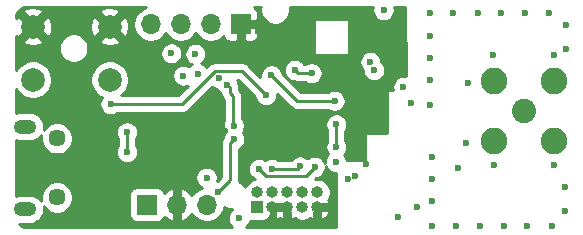
<source format=gbr>
%TF.GenerationSoftware,KiCad,Pcbnew,(5.1.10)-1*%
%TF.CreationDate,2021-07-16T14:20:34-05:00*%
%TF.ProjectId,transmisor,7472616e-736d-4697-936f-722e6b696361,rev?*%
%TF.SameCoordinates,Original*%
%TF.FileFunction,Copper,L4,Bot*%
%TF.FilePolarity,Positive*%
%FSLAX46Y46*%
G04 Gerber Fmt 4.6, Leading zero omitted, Abs format (unit mm)*
G04 Created by KiCad (PCBNEW (5.1.10)-1) date 2021-07-16 14:20:34*
%MOMM*%
%LPD*%
G01*
G04 APERTURE LIST*
%TA.AperFunction,ComponentPad*%
%ADD10C,2.250000*%
%TD*%
%TA.AperFunction,ComponentPad*%
%ADD11C,2.050000*%
%TD*%
%TA.AperFunction,ComponentPad*%
%ADD12O,1.900000X1.200000*%
%TD*%
%TA.AperFunction,ComponentPad*%
%ADD13C,1.450000*%
%TD*%
%TA.AperFunction,ComponentPad*%
%ADD14O,1.700000X1.700000*%
%TD*%
%TA.AperFunction,ComponentPad*%
%ADD15R,1.700000X1.700000*%
%TD*%
%TA.AperFunction,ComponentPad*%
%ADD16C,2.000000*%
%TD*%
%TA.AperFunction,ComponentPad*%
%ADD17R,1.000000X1.000000*%
%TD*%
%TA.AperFunction,ComponentPad*%
%ADD18O,1.000000X1.000000*%
%TD*%
%TA.AperFunction,ViaPad*%
%ADD19C,0.600000*%
%TD*%
%TA.AperFunction,Conductor*%
%ADD20C,0.250000*%
%TD*%
%TA.AperFunction,Conductor*%
%ADD21C,0.254000*%
%TD*%
%TA.AperFunction,Conductor*%
%ADD22C,0.100000*%
%TD*%
G04 APERTURE END LIST*
D10*
%TO.P,AE1,2*%
%TO.N,GND*%
X127050800Y-72440800D03*
X127050800Y-67360800D03*
X132130800Y-67360800D03*
X132130800Y-72440800D03*
D11*
%TO.P,AE1,1*%
%TO.N,Net-(AE1-Pad1)*%
X129590800Y-69900800D03*
%TD*%
D12*
%TO.P,J1,6*%
%TO.N,Net-(J1-Pad6)*%
X87383100Y-78226800D03*
X87383100Y-71226800D03*
D13*
X90083100Y-77226800D03*
X90083100Y-72226800D03*
%TD*%
D14*
%TO.P,J4,4*%
%TO.N,5V*%
X98018600Y-62560200D03*
%TO.P,J4,3*%
%TO.N,TIM2_CH1*%
X100558600Y-62560200D03*
%TO.P,J4,2*%
%TO.N,Net-(J4-Pad2)*%
X103098600Y-62560200D03*
D15*
%TO.P,J4,1*%
%TO.N,GND*%
X105638600Y-62560200D03*
%TD*%
D14*
%TO.P,J3,3*%
%TO.N,RELAY_TRIG*%
X102768400Y-77825600D03*
%TO.P,J3,2*%
%TO.N,GND*%
X100228400Y-77825600D03*
D15*
%TO.P,J3,1*%
%TO.N,5V*%
X97688400Y-77825600D03*
%TD*%
D16*
%TO.P,SW1,1*%
%TO.N,Net-(R6-Pad1)*%
X88038800Y-67259200D03*
%TO.P,SW1,2*%
%TO.N,GND*%
X88038800Y-62759200D03*
%TO.P,SW1,1*%
%TO.N,Net-(R6-Pad1)*%
X94538800Y-67259200D03*
%TO.P,SW1,2*%
%TO.N,GND*%
X94538800Y-62759200D03*
%TD*%
D17*
%TO.P,J2,1*%
%TO.N,+3V3*%
X107035600Y-78054200D03*
D18*
%TO.P,J2,2*%
%TO.N,SWD_IO*%
X107035600Y-76784200D03*
%TO.P,J2,3*%
%TO.N,GND*%
X108305600Y-78054200D03*
%TO.P,J2,4*%
%TO.N,SWD_CLK*%
X108305600Y-76784200D03*
%TO.P,J2,5*%
%TO.N,GND*%
X109575600Y-78054200D03*
%TO.P,J2,6*%
%TO.N,Net-(J2-Pad6)*%
X109575600Y-76784200D03*
%TO.P,J2,7*%
%TO.N,Net-(J2-Pad7)*%
X110845600Y-78054200D03*
%TO.P,J2,8*%
%TO.N,Net-(J2-Pad8)*%
X110845600Y-76784200D03*
%TO.P,J2,9*%
%TO.N,GND*%
X112115600Y-78054200D03*
%TO.P,J2,10*%
%TO.N,NRST*%
X112115600Y-76784200D03*
%TD*%
D19*
%TO.N,GND*%
X91389200Y-75895200D03*
X99136200Y-73380600D03*
X107543600Y-70332600D03*
X102362000Y-69723000D03*
X100203000Y-76174600D03*
X95504000Y-61544200D03*
X89281000Y-63754000D03*
X107086400Y-63093600D03*
X107594400Y-65303400D03*
X118084600Y-63957200D03*
X117779800Y-62509400D03*
X109550200Y-79476600D03*
X104317800Y-71577200D03*
X93319600Y-75641200D03*
X118922800Y-78841600D03*
X120548400Y-78028800D03*
X114731800Y-75641200D03*
X115316000Y-75412600D03*
X124002800Y-74726800D03*
X124891800Y-67564000D03*
X103073200Y-65049400D03*
X132181600Y-74472800D03*
X132130800Y-65201800D03*
X116205000Y-74396600D03*
X124688600Y-72593200D03*
X121869200Y-73787000D03*
X121869200Y-75666600D03*
X121869200Y-77520800D03*
X121869200Y-79629000D03*
X123850400Y-79629000D03*
X125933200Y-79629000D03*
X127914400Y-79629000D03*
X129895600Y-79629000D03*
X131978400Y-79629000D03*
X121666000Y-65405000D03*
X121666000Y-67259200D03*
X121666000Y-69367400D03*
X121666000Y-63525400D03*
X131775200Y-61595000D03*
X121666000Y-61595000D03*
X127711200Y-61595000D03*
X123647200Y-61595000D03*
X125730000Y-61595000D03*
X129692400Y-61595000D03*
X133146800Y-62636400D03*
X133146800Y-64617600D03*
X133096000Y-76352400D03*
X133096000Y-78333600D03*
X127050800Y-74498200D03*
X127025400Y-65125600D03*
X114096800Y-67335400D03*
X120065800Y-69265800D03*
X109778800Y-64566800D03*
X110083600Y-61315600D03*
X92329000Y-79324200D03*
X91668600Y-78841600D03*
X105943400Y-75209400D03*
%TO.N,+3V3*%
X101803200Y-65074800D03*
X99771200Y-65024000D03*
X100761800Y-66903600D03*
X101981000Y-66751200D03*
X103784400Y-67132200D03*
X102743000Y-75539600D03*
X105486200Y-78994000D03*
X117729000Y-61366400D03*
X116611400Y-65735200D03*
X116916200Y-66471800D03*
X119405400Y-67868800D03*
X113690400Y-74244200D03*
%TO.N,SWD_IO*%
X110667800Y-74599800D03*
X108280200Y-74777600D03*
%TO.N,NRST*%
X107188000Y-74803000D03*
X111887000Y-74650600D03*
%TO.N,RELAY_TRIG*%
X105064042Y-72303158D03*
X103733600Y-76784200D03*
%TO.N,SPI_CLK*%
X113741200Y-72974200D03*
X113741200Y-71043800D03*
%TO.N,LED1*%
X113588800Y-69037200D03*
X108229400Y-66878200D03*
%TO.N,BOTON*%
X107772200Y-68554600D03*
X94615000Y-69316600D03*
%TO.N,Net-(U2-Pad1)*%
X96012000Y-73380600D03*
X96012000Y-71704200D03*
%TO.N,TIM2_CH1*%
X105054400Y-71145400D03*
X104495600Y-67665600D03*
%TO.N,I2C1_CLK*%
X111633000Y-66700400D03*
X110195200Y-66423558D03*
%TD*%
D20*
%TO.N,SWD_IO*%
X110490000Y-74777600D02*
X110667800Y-74599800D01*
X108280200Y-74777600D02*
X110490000Y-74777600D01*
%TO.N,NRST*%
X111134999Y-75402601D02*
X111887000Y-74650600D01*
X107787601Y-75402601D02*
X111134999Y-75402601D01*
X107188000Y-74803000D02*
X107787601Y-75402601D01*
%TO.N,RELAY_TRIG*%
X105064042Y-72303158D02*
X104749600Y-72617600D01*
X104749600Y-75768200D02*
X103733600Y-76784200D01*
X104749600Y-72617600D02*
X104749600Y-75768200D01*
%TO.N,SPI_CLK*%
X113741200Y-72974200D02*
X113741200Y-71043800D01*
%TO.N,LED1*%
X110388400Y-69037200D02*
X108229400Y-66878200D01*
X113588800Y-69037200D02*
X110388400Y-69037200D01*
%TO.N,BOTON*%
X103484399Y-66507199D02*
X100674998Y-69316600D01*
X105724799Y-66507199D02*
X103484399Y-66507199D01*
X100674998Y-69316600D02*
X94615000Y-69316600D01*
X107772200Y-68554600D02*
X105724799Y-66507199D01*
%TO.N,Net-(U2-Pad1)*%
X96012000Y-73380600D02*
X96012000Y-71704200D01*
%TO.N,TIM2_CH1*%
X104724200Y-67894200D02*
X104495600Y-67665600D01*
X104724200Y-67894200D02*
X104724200Y-68402200D01*
X104724200Y-68402200D02*
X104978200Y-68656200D01*
X104978200Y-71069200D02*
X105054400Y-71145400D01*
X104978200Y-68656200D02*
X104978200Y-71069200D01*
%TO.N,I2C1_CLK*%
X110472042Y-66700400D02*
X110195200Y-66423558D01*
X111633000Y-66700400D02*
X110472042Y-66700400D01*
%TD*%
D21*
%TO.N,GND*%
X112861814Y-74687089D02*
X112964138Y-74840228D01*
X113094372Y-74970462D01*
X113247511Y-75072786D01*
X113417671Y-75143268D01*
X113598311Y-75179200D01*
X113744257Y-75179200D01*
X113744257Y-79720457D01*
X106086364Y-79716126D01*
X106212462Y-79590028D01*
X106314786Y-79436889D01*
X106385268Y-79266729D01*
X106403007Y-79177551D01*
X106411118Y-79180012D01*
X106535600Y-79192272D01*
X107535600Y-79192272D01*
X107660082Y-79180012D01*
X107779780Y-79143702D01*
X107862967Y-79099237D01*
X107887391Y-79109342D01*
X108057600Y-78998425D01*
X108057600Y-78919096D01*
X108066137Y-78908694D01*
X108125102Y-78798380D01*
X108161412Y-78678682D01*
X108173672Y-78554200D01*
X108173672Y-78472411D01*
X108520445Y-78472411D01*
X108553600Y-78536797D01*
X108553600Y-78998425D01*
X108723809Y-79109342D01*
X108755988Y-79096028D01*
X108940600Y-78993678D01*
X109125212Y-79096028D01*
X109157391Y-79109342D01*
X109327600Y-78998425D01*
X109327600Y-78536797D01*
X109360755Y-78472411D01*
X109327600Y-78419331D01*
X109327600Y-78302200D01*
X108553600Y-78302200D01*
X108553600Y-78419331D01*
X108520445Y-78472411D01*
X108173672Y-78472411D01*
X108173672Y-77915194D01*
X108193812Y-77919200D01*
X108417388Y-77919200D01*
X108636667Y-77875583D01*
X108804172Y-77806200D01*
X109077028Y-77806200D01*
X109244533Y-77875583D01*
X109463812Y-77919200D01*
X109687388Y-77919200D01*
X109716364Y-77913436D01*
X109710600Y-77942412D01*
X109710600Y-78165988D01*
X109754217Y-78385267D01*
X109823600Y-78552772D01*
X109823600Y-78998425D01*
X109993809Y-79109342D01*
X110025988Y-79096028D01*
X110209552Y-78994259D01*
X110307976Y-79060024D01*
X110514533Y-79145583D01*
X110733812Y-79189200D01*
X110957388Y-79189200D01*
X111176667Y-79145583D01*
X111383224Y-79060024D01*
X111481648Y-78994259D01*
X111665212Y-79096028D01*
X111697391Y-79109342D01*
X111867600Y-78998425D01*
X111867600Y-78552772D01*
X111936983Y-78385267D01*
X111953505Y-78302200D01*
X112363600Y-78302200D01*
X112363600Y-78998425D01*
X112533809Y-79109342D01*
X112565988Y-79096028D01*
X112760584Y-78988143D01*
X112930394Y-78844367D01*
X113068892Y-78670226D01*
X113170755Y-78472411D01*
X113064437Y-78302200D01*
X112363600Y-78302200D01*
X111953505Y-78302200D01*
X111980600Y-78165988D01*
X111980600Y-77942412D01*
X111974836Y-77913436D01*
X112003812Y-77919200D01*
X112227388Y-77919200D01*
X112446667Y-77875583D01*
X112614172Y-77806200D01*
X113064437Y-77806200D01*
X113170755Y-77635989D01*
X113068892Y-77438174D01*
X113055192Y-77420948D01*
X113121424Y-77321824D01*
X113206983Y-77115267D01*
X113250600Y-76895988D01*
X113250600Y-76672412D01*
X113206983Y-76453133D01*
X113121424Y-76246576D01*
X112997212Y-76060680D01*
X112839120Y-75902588D01*
X112653224Y-75778376D01*
X112446667Y-75692817D01*
X112227388Y-75649200D01*
X112003812Y-75649200D01*
X111953118Y-75659284D01*
X112038649Y-75573753D01*
X112159729Y-75549668D01*
X112329889Y-75479186D01*
X112483028Y-75376862D01*
X112613262Y-75246628D01*
X112715586Y-75093489D01*
X112786068Y-74923329D01*
X112822000Y-74742689D01*
X112822000Y-74590969D01*
X112861814Y-74687089D01*
%TA.AperFunction,Conductor*%
D22*
G36*
X112861814Y-74687089D02*
G01*
X112964138Y-74840228D01*
X113094372Y-74970462D01*
X113247511Y-75072786D01*
X113417671Y-75143268D01*
X113598311Y-75179200D01*
X113744257Y-75179200D01*
X113744257Y-79720457D01*
X106086364Y-79716126D01*
X106212462Y-79590028D01*
X106314786Y-79436889D01*
X106385268Y-79266729D01*
X106403007Y-79177551D01*
X106411118Y-79180012D01*
X106535600Y-79192272D01*
X107535600Y-79192272D01*
X107660082Y-79180012D01*
X107779780Y-79143702D01*
X107862967Y-79099237D01*
X107887391Y-79109342D01*
X108057600Y-78998425D01*
X108057600Y-78919096D01*
X108066137Y-78908694D01*
X108125102Y-78798380D01*
X108161412Y-78678682D01*
X108173672Y-78554200D01*
X108173672Y-78472411D01*
X108520445Y-78472411D01*
X108553600Y-78536797D01*
X108553600Y-78998425D01*
X108723809Y-79109342D01*
X108755988Y-79096028D01*
X108940600Y-78993678D01*
X109125212Y-79096028D01*
X109157391Y-79109342D01*
X109327600Y-78998425D01*
X109327600Y-78536797D01*
X109360755Y-78472411D01*
X109327600Y-78419331D01*
X109327600Y-78302200D01*
X108553600Y-78302200D01*
X108553600Y-78419331D01*
X108520445Y-78472411D01*
X108173672Y-78472411D01*
X108173672Y-77915194D01*
X108193812Y-77919200D01*
X108417388Y-77919200D01*
X108636667Y-77875583D01*
X108804172Y-77806200D01*
X109077028Y-77806200D01*
X109244533Y-77875583D01*
X109463812Y-77919200D01*
X109687388Y-77919200D01*
X109716364Y-77913436D01*
X109710600Y-77942412D01*
X109710600Y-78165988D01*
X109754217Y-78385267D01*
X109823600Y-78552772D01*
X109823600Y-78998425D01*
X109993809Y-79109342D01*
X110025988Y-79096028D01*
X110209552Y-78994259D01*
X110307976Y-79060024D01*
X110514533Y-79145583D01*
X110733812Y-79189200D01*
X110957388Y-79189200D01*
X111176667Y-79145583D01*
X111383224Y-79060024D01*
X111481648Y-78994259D01*
X111665212Y-79096028D01*
X111697391Y-79109342D01*
X111867600Y-78998425D01*
X111867600Y-78552772D01*
X111936983Y-78385267D01*
X111953505Y-78302200D01*
X112363600Y-78302200D01*
X112363600Y-78998425D01*
X112533809Y-79109342D01*
X112565988Y-79096028D01*
X112760584Y-78988143D01*
X112930394Y-78844367D01*
X113068892Y-78670226D01*
X113170755Y-78472411D01*
X113064437Y-78302200D01*
X112363600Y-78302200D01*
X111953505Y-78302200D01*
X111980600Y-78165988D01*
X111980600Y-77942412D01*
X111974836Y-77913436D01*
X112003812Y-77919200D01*
X112227388Y-77919200D01*
X112446667Y-77875583D01*
X112614172Y-77806200D01*
X113064437Y-77806200D01*
X113170755Y-77635989D01*
X113068892Y-77438174D01*
X113055192Y-77420948D01*
X113121424Y-77321824D01*
X113206983Y-77115267D01*
X113250600Y-76895988D01*
X113250600Y-76672412D01*
X113206983Y-76453133D01*
X113121424Y-76246576D01*
X112997212Y-76060680D01*
X112839120Y-75902588D01*
X112653224Y-75778376D01*
X112446667Y-75692817D01*
X112227388Y-75649200D01*
X112003812Y-75649200D01*
X111953118Y-75659284D01*
X112038649Y-75573753D01*
X112159729Y-75549668D01*
X112329889Y-75479186D01*
X112483028Y-75376862D01*
X112613262Y-75246628D01*
X112715586Y-75093489D01*
X112786068Y-74923329D01*
X112822000Y-74742689D01*
X112822000Y-74590969D01*
X112861814Y-74687089D01*
G37*
%TD.AperFunction*%
D21*
X97658388Y-61117758D02*
X97585442Y-61132268D01*
X97315189Y-61244210D01*
X97071968Y-61406725D01*
X96865125Y-61613568D01*
X96702610Y-61856789D01*
X96590668Y-62127042D01*
X96533600Y-62413940D01*
X96533600Y-62706460D01*
X96590668Y-62993358D01*
X96702610Y-63263611D01*
X96865125Y-63506832D01*
X97071968Y-63713675D01*
X97315189Y-63876190D01*
X97585442Y-63988132D01*
X97872340Y-64045200D01*
X98164860Y-64045200D01*
X98451758Y-63988132D01*
X98722011Y-63876190D01*
X98965232Y-63713675D01*
X99172075Y-63506832D01*
X99288600Y-63332440D01*
X99405125Y-63506832D01*
X99611968Y-63713675D01*
X99855189Y-63876190D01*
X100125442Y-63988132D01*
X100412340Y-64045200D01*
X100704860Y-64045200D01*
X100991758Y-63988132D01*
X101262011Y-63876190D01*
X101505232Y-63713675D01*
X101712075Y-63506832D01*
X101828600Y-63332440D01*
X101945125Y-63506832D01*
X102151968Y-63713675D01*
X102395189Y-63876190D01*
X102665442Y-63988132D01*
X102952340Y-64045200D01*
X103244860Y-64045200D01*
X103531758Y-63988132D01*
X103802011Y-63876190D01*
X104045232Y-63713675D01*
X104177087Y-63581820D01*
X104199098Y-63654380D01*
X104258063Y-63764694D01*
X104337415Y-63861385D01*
X104434106Y-63940737D01*
X104544420Y-63999702D01*
X104664118Y-64036012D01*
X104788600Y-64048272D01*
X105231850Y-64045200D01*
X105390600Y-63886450D01*
X105390600Y-62808200D01*
X105886600Y-62808200D01*
X105886600Y-63886450D01*
X106045350Y-64045200D01*
X106488600Y-64048272D01*
X106613082Y-64036012D01*
X106732780Y-63999702D01*
X106843094Y-63940737D01*
X106939785Y-63861385D01*
X107019137Y-63764694D01*
X107078102Y-63654380D01*
X107114412Y-63534682D01*
X107126672Y-63410200D01*
X107123600Y-62966950D01*
X106964850Y-62808200D01*
X105886600Y-62808200D01*
X105390600Y-62808200D01*
X105370600Y-62808200D01*
X105370600Y-62312200D01*
X105390600Y-62312200D01*
X105390600Y-62292200D01*
X105886600Y-62292200D01*
X105886600Y-62312200D01*
X106964850Y-62312200D01*
X107123600Y-62153450D01*
X107126672Y-61710200D01*
X107114412Y-61585718D01*
X107078102Y-61466020D01*
X107019137Y-61355706D01*
X106939785Y-61259015D01*
X106843094Y-61179663D01*
X106736886Y-61122893D01*
X107326847Y-61123227D01*
X107309648Y-61209690D01*
X107309648Y-61455910D01*
X107357683Y-61697398D01*
X107451907Y-61924874D01*
X107588699Y-62129598D01*
X107762802Y-62303701D01*
X107967526Y-62440493D01*
X108195002Y-62534717D01*
X108436490Y-62582752D01*
X108682710Y-62582752D01*
X108924198Y-62534717D01*
X109151674Y-62440493D01*
X109356398Y-62303701D01*
X109455499Y-62204600D01*
X111810800Y-62204600D01*
X111810800Y-65049400D01*
X111813240Y-65074176D01*
X111820467Y-65098001D01*
X111832203Y-65119957D01*
X111847997Y-65139203D01*
X111867243Y-65154997D01*
X111889199Y-65166733D01*
X111913024Y-65173960D01*
X111937800Y-65176400D01*
X114681000Y-65176400D01*
X114705776Y-65173960D01*
X114729601Y-65166733D01*
X114751557Y-65154997D01*
X114770803Y-65139203D01*
X114786597Y-65119957D01*
X114798333Y-65098001D01*
X114805560Y-65074176D01*
X114808000Y-65049400D01*
X114808000Y-62204600D01*
X114805560Y-62179824D01*
X114798333Y-62155999D01*
X114786597Y-62134043D01*
X114770803Y-62114797D01*
X114751557Y-62099003D01*
X114729601Y-62087267D01*
X114705776Y-62080040D01*
X114681000Y-62077600D01*
X111937800Y-62077600D01*
X111913024Y-62080040D01*
X111889199Y-62087267D01*
X111867243Y-62099003D01*
X111847997Y-62114797D01*
X111832203Y-62134043D01*
X111820467Y-62155999D01*
X111813240Y-62179824D01*
X111810800Y-62204600D01*
X109455499Y-62204600D01*
X109530501Y-62129598D01*
X109667293Y-61924874D01*
X109761517Y-61697398D01*
X109809552Y-61455910D01*
X109809552Y-61209690D01*
X109792631Y-61124621D01*
X116822985Y-61128598D01*
X116794000Y-61274311D01*
X116794000Y-61458489D01*
X116829932Y-61639129D01*
X116900414Y-61809289D01*
X117002738Y-61962428D01*
X117132972Y-62092662D01*
X117286111Y-62194986D01*
X117456271Y-62265468D01*
X117636911Y-62301400D01*
X117821089Y-62301400D01*
X118001729Y-62265468D01*
X118171889Y-62194986D01*
X118325028Y-62092662D01*
X118455262Y-61962428D01*
X118557586Y-61809289D01*
X118628068Y-61639129D01*
X118664000Y-61458489D01*
X118664000Y-61274311D01*
X118635219Y-61129623D01*
X119588623Y-61130162D01*
X119607537Y-66955690D01*
X119497489Y-66933800D01*
X119313311Y-66933800D01*
X119132671Y-66969732D01*
X118962511Y-67040214D01*
X118809372Y-67142538D01*
X118679138Y-67272772D01*
X118576814Y-67425911D01*
X118506332Y-67596071D01*
X118470400Y-67776711D01*
X118470400Y-67960889D01*
X118497554Y-68097400D01*
X118138457Y-68097400D01*
X118113681Y-68099840D01*
X118089856Y-68107067D01*
X118067900Y-68118803D01*
X118048654Y-68134597D01*
X118032860Y-68153843D01*
X118021124Y-68175799D01*
X118013897Y-68199624D01*
X118011457Y-68224400D01*
X118011457Y-71755000D01*
X116309657Y-71755000D01*
X116284881Y-71757440D01*
X116261056Y-71764667D01*
X116239100Y-71776403D01*
X116219854Y-71792197D01*
X116204060Y-71811443D01*
X116192324Y-71833399D01*
X116185097Y-71857224D01*
X116182665Y-71880604D01*
X116158645Y-74066400D01*
X114608351Y-74066400D01*
X114589468Y-73971471D01*
X114518986Y-73801311D01*
X114416662Y-73648172D01*
X114403090Y-73634600D01*
X114467462Y-73570228D01*
X114569786Y-73417089D01*
X114640268Y-73246929D01*
X114676200Y-73066289D01*
X114676200Y-72882111D01*
X114640268Y-72701471D01*
X114569786Y-72531311D01*
X114501200Y-72428665D01*
X114501200Y-71589335D01*
X114569786Y-71486689D01*
X114640268Y-71316529D01*
X114676200Y-71135889D01*
X114676200Y-70951711D01*
X114640268Y-70771071D01*
X114569786Y-70600911D01*
X114467462Y-70447772D01*
X114337228Y-70317538D01*
X114184089Y-70215214D01*
X114013929Y-70144732D01*
X113833289Y-70108800D01*
X113649111Y-70108800D01*
X113468471Y-70144732D01*
X113298311Y-70215214D01*
X113145172Y-70317538D01*
X113014938Y-70447772D01*
X112912614Y-70600911D01*
X112842132Y-70771071D01*
X112806200Y-70951711D01*
X112806200Y-71135889D01*
X112842132Y-71316529D01*
X112912614Y-71486689D01*
X112981201Y-71589336D01*
X112981200Y-72428664D01*
X112912614Y-72531311D01*
X112842132Y-72701471D01*
X112806200Y-72882111D01*
X112806200Y-73066289D01*
X112842132Y-73246929D01*
X112912614Y-73417089D01*
X113014938Y-73570228D01*
X113028510Y-73583800D01*
X112964138Y-73648172D01*
X112861814Y-73801311D01*
X112791332Y-73971471D01*
X112755400Y-74152111D01*
X112755400Y-74303831D01*
X112715586Y-74207711D01*
X112613262Y-74054572D01*
X112483028Y-73924338D01*
X112329889Y-73822014D01*
X112159729Y-73751532D01*
X111979089Y-73715600D01*
X111794911Y-73715600D01*
X111614271Y-73751532D01*
X111444111Y-73822014D01*
X111305153Y-73914863D01*
X111263828Y-73873538D01*
X111110689Y-73771214D01*
X110940529Y-73700732D01*
X110759889Y-73664800D01*
X110575711Y-73664800D01*
X110395071Y-73700732D01*
X110224911Y-73771214D01*
X110071772Y-73873538D01*
X109941538Y-74003772D01*
X109932298Y-74017600D01*
X108825735Y-74017600D01*
X108723089Y-73949014D01*
X108552929Y-73878532D01*
X108372289Y-73842600D01*
X108188111Y-73842600D01*
X108007471Y-73878532D01*
X107837311Y-73949014D01*
X107715093Y-74030677D01*
X107630889Y-73974414D01*
X107460729Y-73903932D01*
X107280089Y-73868000D01*
X107095911Y-73868000D01*
X106915271Y-73903932D01*
X106745111Y-73974414D01*
X106591972Y-74076738D01*
X106461738Y-74206972D01*
X106359414Y-74360111D01*
X106288932Y-74530271D01*
X106253000Y-74710911D01*
X106253000Y-74895089D01*
X106288932Y-75075729D01*
X106359414Y-75245889D01*
X106461738Y-75399028D01*
X106591972Y-75529262D01*
X106745111Y-75631586D01*
X106831814Y-75667499D01*
X106704533Y-75692817D01*
X106497976Y-75778376D01*
X106312080Y-75902588D01*
X106153988Y-76060680D01*
X106029776Y-76246576D01*
X106003495Y-76310023D01*
X105923701Y-76190602D01*
X105749598Y-76016499D01*
X105544874Y-75879707D01*
X105503963Y-75862761D01*
X105509600Y-75805533D01*
X105509600Y-75805523D01*
X105513276Y-75768200D01*
X105509600Y-75730878D01*
X105509600Y-73129961D01*
X105660070Y-73029420D01*
X105790304Y-72899186D01*
X105892628Y-72746047D01*
X105963110Y-72575887D01*
X105999042Y-72395247D01*
X105999042Y-72211069D01*
X105963110Y-72030429D01*
X105892628Y-71860269D01*
X105796942Y-71717064D01*
X105882986Y-71588289D01*
X105953468Y-71418129D01*
X105989400Y-71237489D01*
X105989400Y-71053311D01*
X105953468Y-70872671D01*
X105882986Y-70702511D01*
X105780662Y-70549372D01*
X105738200Y-70506910D01*
X105738200Y-68693522D01*
X105741876Y-68656199D01*
X105738200Y-68618876D01*
X105738200Y-68618867D01*
X105727203Y-68507214D01*
X105683746Y-68363953D01*
X105613174Y-68231924D01*
X105518201Y-68116199D01*
X105489198Y-68092397D01*
X105484200Y-68087399D01*
X105484200Y-67931522D01*
X105487876Y-67894199D01*
X105484200Y-67856876D01*
X105484200Y-67856867D01*
X105473203Y-67745214D01*
X105430600Y-67604768D01*
X105430600Y-67573511D01*
X105394668Y-67392871D01*
X105342613Y-67267199D01*
X105409998Y-67267199D01*
X106849047Y-68706249D01*
X106873132Y-68827329D01*
X106943614Y-68997489D01*
X107045938Y-69150628D01*
X107176172Y-69280862D01*
X107329311Y-69383186D01*
X107499471Y-69453668D01*
X107680111Y-69489600D01*
X107864289Y-69489600D01*
X108044929Y-69453668D01*
X108215089Y-69383186D01*
X108368228Y-69280862D01*
X108498462Y-69150628D01*
X108600786Y-68997489D01*
X108671268Y-68827329D01*
X108707200Y-68646689D01*
X108707200Y-68462511D01*
X108699326Y-68422928D01*
X109824601Y-69548203D01*
X109848399Y-69577201D01*
X109877397Y-69600999D01*
X109964123Y-69672174D01*
X110092655Y-69740876D01*
X110096153Y-69742746D01*
X110239414Y-69786203D01*
X110351067Y-69797200D01*
X110351076Y-69797200D01*
X110388399Y-69800876D01*
X110425722Y-69797200D01*
X113043265Y-69797200D01*
X113145911Y-69865786D01*
X113316071Y-69936268D01*
X113496711Y-69972200D01*
X113680889Y-69972200D01*
X113861529Y-69936268D01*
X114031689Y-69865786D01*
X114184828Y-69763462D01*
X114315062Y-69633228D01*
X114417386Y-69480089D01*
X114487868Y-69309929D01*
X114523800Y-69129289D01*
X114523800Y-68945111D01*
X114487868Y-68764471D01*
X114417386Y-68594311D01*
X114315062Y-68441172D01*
X114184828Y-68310938D01*
X114031689Y-68208614D01*
X113861529Y-68138132D01*
X113680889Y-68102200D01*
X113496711Y-68102200D01*
X113316071Y-68138132D01*
X113145911Y-68208614D01*
X113043265Y-68277200D01*
X110703202Y-68277200D01*
X109152553Y-66726552D01*
X109128468Y-66605471D01*
X109057986Y-66435311D01*
X108988602Y-66331469D01*
X109260200Y-66331469D01*
X109260200Y-66515647D01*
X109296132Y-66696287D01*
X109366614Y-66866447D01*
X109468938Y-67019586D01*
X109599172Y-67149820D01*
X109752311Y-67252144D01*
X109922471Y-67322626D01*
X110084044Y-67354765D01*
X110179795Y-67405946D01*
X110323056Y-67449403D01*
X110434709Y-67460400D01*
X110434717Y-67460400D01*
X110472042Y-67464076D01*
X110509367Y-67460400D01*
X111087465Y-67460400D01*
X111190111Y-67528986D01*
X111360271Y-67599468D01*
X111540911Y-67635400D01*
X111725089Y-67635400D01*
X111905729Y-67599468D01*
X112075889Y-67528986D01*
X112229028Y-67426662D01*
X112359262Y-67296428D01*
X112461586Y-67143289D01*
X112532068Y-66973129D01*
X112568000Y-66792489D01*
X112568000Y-66608311D01*
X112532068Y-66427671D01*
X112461586Y-66257511D01*
X112359262Y-66104372D01*
X112229028Y-65974138D01*
X112075889Y-65871814D01*
X111905729Y-65801332D01*
X111725089Y-65765400D01*
X111540911Y-65765400D01*
X111360271Y-65801332D01*
X111190111Y-65871814D01*
X111087465Y-65940400D01*
X110996879Y-65940400D01*
X110921462Y-65827530D01*
X110791228Y-65697296D01*
X110710135Y-65643111D01*
X115676400Y-65643111D01*
X115676400Y-65827289D01*
X115712332Y-66007929D01*
X115782814Y-66178089D01*
X115885138Y-66331228D01*
X115981200Y-66427290D01*
X115981200Y-66563889D01*
X116017132Y-66744529D01*
X116087614Y-66914689D01*
X116189938Y-67067828D01*
X116320172Y-67198062D01*
X116473311Y-67300386D01*
X116643471Y-67370868D01*
X116824111Y-67406800D01*
X117008289Y-67406800D01*
X117188929Y-67370868D01*
X117359089Y-67300386D01*
X117512228Y-67198062D01*
X117642462Y-67067828D01*
X117744786Y-66914689D01*
X117815268Y-66744529D01*
X117851200Y-66563889D01*
X117851200Y-66379711D01*
X117815268Y-66199071D01*
X117744786Y-66028911D01*
X117642462Y-65875772D01*
X117546400Y-65779710D01*
X117546400Y-65643111D01*
X117510468Y-65462471D01*
X117439986Y-65292311D01*
X117337662Y-65139172D01*
X117207428Y-65008938D01*
X117054289Y-64906614D01*
X116884129Y-64836132D01*
X116703489Y-64800200D01*
X116519311Y-64800200D01*
X116338671Y-64836132D01*
X116168511Y-64906614D01*
X116015372Y-65008938D01*
X115885138Y-65139172D01*
X115782814Y-65292311D01*
X115712332Y-65462471D01*
X115676400Y-65643111D01*
X110710135Y-65643111D01*
X110638089Y-65594972D01*
X110467929Y-65524490D01*
X110287289Y-65488558D01*
X110103111Y-65488558D01*
X109922471Y-65524490D01*
X109752311Y-65594972D01*
X109599172Y-65697296D01*
X109468938Y-65827530D01*
X109366614Y-65980669D01*
X109296132Y-66150829D01*
X109260200Y-66331469D01*
X108988602Y-66331469D01*
X108955662Y-66282172D01*
X108825428Y-66151938D01*
X108672289Y-66049614D01*
X108502129Y-65979132D01*
X108321489Y-65943200D01*
X108137311Y-65943200D01*
X107956671Y-65979132D01*
X107786511Y-66049614D01*
X107633372Y-66151938D01*
X107503138Y-66282172D01*
X107400814Y-66435311D01*
X107330332Y-66605471D01*
X107294400Y-66786111D01*
X107294400Y-66970289D01*
X107302274Y-67009872D01*
X106288603Y-65996202D01*
X106264800Y-65967198D01*
X106149075Y-65872225D01*
X106017046Y-65801653D01*
X105873785Y-65758196D01*
X105762132Y-65747199D01*
X105762121Y-65747199D01*
X105724799Y-65743523D01*
X105687477Y-65747199D01*
X103521721Y-65747199D01*
X103484399Y-65743523D01*
X103447076Y-65747199D01*
X103447066Y-65747199D01*
X103335413Y-65758196D01*
X103194100Y-65801062D01*
X103192152Y-65801653D01*
X103060122Y-65872225D01*
X102977051Y-65940400D01*
X102944398Y-65967198D01*
X102920600Y-65996196D01*
X102729036Y-66187760D01*
X102707262Y-66155172D01*
X102577028Y-66024938D01*
X102423889Y-65922614D01*
X102296365Y-65869792D01*
X102399228Y-65801062D01*
X102529462Y-65670828D01*
X102631786Y-65517689D01*
X102702268Y-65347529D01*
X102738200Y-65166889D01*
X102738200Y-64982711D01*
X102702268Y-64802071D01*
X102631786Y-64631911D01*
X102529462Y-64478772D01*
X102399228Y-64348538D01*
X102246089Y-64246214D01*
X102075929Y-64175732D01*
X101895289Y-64139800D01*
X101711111Y-64139800D01*
X101530471Y-64175732D01*
X101360311Y-64246214D01*
X101207172Y-64348538D01*
X101076938Y-64478772D01*
X100974614Y-64631911D01*
X100904132Y-64802071D01*
X100868200Y-64982711D01*
X100868200Y-65166889D01*
X100904132Y-65347529D01*
X100974614Y-65517689D01*
X101076938Y-65670828D01*
X101207172Y-65801062D01*
X101360311Y-65903386D01*
X101487835Y-65956208D01*
X101384972Y-66024938D01*
X101282742Y-66127168D01*
X101204689Y-66075014D01*
X101034529Y-66004532D01*
X100853889Y-65968600D01*
X100669711Y-65968600D01*
X100489071Y-66004532D01*
X100318911Y-66075014D01*
X100165772Y-66177338D01*
X100035538Y-66307572D01*
X99933214Y-66460711D01*
X99862732Y-66630871D01*
X99826800Y-66811511D01*
X99826800Y-66995689D01*
X99862732Y-67176329D01*
X99933214Y-67346489D01*
X100035538Y-67499628D01*
X100165772Y-67629862D01*
X100318911Y-67732186D01*
X100489071Y-67802668D01*
X100669711Y-67838600D01*
X100853889Y-67838600D01*
X101034529Y-67802668D01*
X101170413Y-67746383D01*
X100360197Y-68556600D01*
X95540026Y-68556600D01*
X95581052Y-68529187D01*
X95808787Y-68301452D01*
X95987718Y-68033663D01*
X96110968Y-67736112D01*
X96173800Y-67420233D01*
X96173800Y-67098167D01*
X96110968Y-66782288D01*
X95987718Y-66484737D01*
X95808787Y-66216948D01*
X95581052Y-65989213D01*
X95313263Y-65810282D01*
X95015712Y-65687032D01*
X94699833Y-65624200D01*
X94377767Y-65624200D01*
X94061888Y-65687032D01*
X93764337Y-65810282D01*
X93496548Y-65989213D01*
X93268813Y-66216948D01*
X93089882Y-66484737D01*
X92966632Y-66782288D01*
X92903800Y-67098167D01*
X92903800Y-67420233D01*
X92966632Y-67736112D01*
X93089882Y-68033663D01*
X93268813Y-68301452D01*
X93496548Y-68529187D01*
X93764337Y-68708118D01*
X93868289Y-68751176D01*
X93786414Y-68873711D01*
X93715932Y-69043871D01*
X93680000Y-69224511D01*
X93680000Y-69408689D01*
X93715932Y-69589329D01*
X93786414Y-69759489D01*
X93888738Y-69912628D01*
X94018972Y-70042862D01*
X94172111Y-70145186D01*
X94342271Y-70215668D01*
X94522911Y-70251600D01*
X94707089Y-70251600D01*
X94887729Y-70215668D01*
X95057889Y-70145186D01*
X95160535Y-70076600D01*
X100637676Y-70076600D01*
X100674998Y-70080276D01*
X100712320Y-70076600D01*
X100712331Y-70076600D01*
X100823984Y-70065603D01*
X100967245Y-70022146D01*
X101099274Y-69951574D01*
X101214999Y-69856601D01*
X101238802Y-69827597D01*
X103200101Y-67866299D01*
X103341511Y-67960786D01*
X103511671Y-68031268D01*
X103646105Y-68058009D01*
X103667014Y-68108489D01*
X103769338Y-68261628D01*
X103899572Y-68391862D01*
X103963728Y-68434730D01*
X103964200Y-68439522D01*
X103964200Y-68439533D01*
X103975197Y-68551186D01*
X104018654Y-68694447D01*
X104089226Y-68826476D01*
X104184200Y-68942201D01*
X104213198Y-68965999D01*
X104218200Y-68971001D01*
X104218201Y-70720891D01*
X104155332Y-70872671D01*
X104119400Y-71053311D01*
X104119400Y-71237489D01*
X104155332Y-71418129D01*
X104225814Y-71588289D01*
X104321500Y-71731494D01*
X104235456Y-71860269D01*
X104164974Y-72030429D01*
X104138313Y-72164462D01*
X104114626Y-72193324D01*
X104057484Y-72300228D01*
X104044054Y-72325354D01*
X104000597Y-72468615D01*
X103989600Y-72580268D01*
X103989600Y-72580278D01*
X103985924Y-72617600D01*
X103989600Y-72654923D01*
X103989601Y-75453397D01*
X103644898Y-75798100D01*
X103678000Y-75631689D01*
X103678000Y-75447511D01*
X103642068Y-75266871D01*
X103571586Y-75096711D01*
X103469262Y-74943572D01*
X103339028Y-74813338D01*
X103185889Y-74711014D01*
X103015729Y-74640532D01*
X102835089Y-74604600D01*
X102650911Y-74604600D01*
X102470271Y-74640532D01*
X102300111Y-74711014D01*
X102146972Y-74813338D01*
X102016738Y-74943572D01*
X101914414Y-75096711D01*
X101843932Y-75266871D01*
X101808000Y-75447511D01*
X101808000Y-75631689D01*
X101843932Y-75812329D01*
X101914414Y-75982489D01*
X102016738Y-76135628D01*
X102146972Y-76265862D01*
X102300111Y-76368186D01*
X102359593Y-76392824D01*
X102335242Y-76397668D01*
X102064989Y-76509610D01*
X101821768Y-76672125D01*
X101614925Y-76878968D01*
X101495707Y-77057390D01*
X101347217Y-76849127D01*
X101135219Y-76649619D01*
X100888372Y-76495304D01*
X100702389Y-76418277D01*
X100476400Y-76522743D01*
X100476400Y-77577600D01*
X100496400Y-77577600D01*
X100496400Y-78073600D01*
X100476400Y-78073600D01*
X100476400Y-79128457D01*
X100702389Y-79232923D01*
X100888372Y-79155896D01*
X101135219Y-79001581D01*
X101347217Y-78802073D01*
X101495707Y-78593810D01*
X101614925Y-78772232D01*
X101821768Y-78979075D01*
X102064989Y-79141590D01*
X102335242Y-79253532D01*
X102622140Y-79310600D01*
X102914660Y-79310600D01*
X103201558Y-79253532D01*
X103471811Y-79141590D01*
X103715032Y-78979075D01*
X103921875Y-78772232D01*
X104084390Y-78529011D01*
X104196332Y-78258758D01*
X104244354Y-78017336D01*
X104360726Y-78095093D01*
X104588202Y-78189317D01*
X104829690Y-78237352D01*
X104935648Y-78237352D01*
X104890172Y-78267738D01*
X104759938Y-78397972D01*
X104657614Y-78551111D01*
X104587132Y-78721271D01*
X104551200Y-78901911D01*
X104551200Y-79086089D01*
X104587132Y-79266729D01*
X104657614Y-79436889D01*
X104759938Y-79590028D01*
X104885356Y-79715446D01*
X87510065Y-79705618D01*
X87310396Y-79686041D01*
X87149560Y-79637481D01*
X87001222Y-79558608D01*
X86871025Y-79452422D01*
X86870475Y-79451758D01*
X86972435Y-79461800D01*
X87793765Y-79461800D01*
X87975202Y-79443930D01*
X88208001Y-79373311D01*
X88422549Y-79258633D01*
X88610602Y-79104302D01*
X88764933Y-78916249D01*
X88879611Y-78701701D01*
X88950230Y-78468902D01*
X88974075Y-78226800D01*
X88950230Y-77984698D01*
X88947217Y-77974765D01*
X89026719Y-78093749D01*
X89216151Y-78283181D01*
X89438899Y-78432016D01*
X89686403Y-78534536D01*
X89949152Y-78586800D01*
X90217048Y-78586800D01*
X90479797Y-78534536D01*
X90727301Y-78432016D01*
X90950049Y-78283181D01*
X91139481Y-78093749D01*
X91288316Y-77871001D01*
X91390836Y-77623497D01*
X91443100Y-77360748D01*
X91443100Y-77092852D01*
X91419778Y-76975600D01*
X96200328Y-76975600D01*
X96200328Y-78675600D01*
X96212588Y-78800082D01*
X96248898Y-78919780D01*
X96307863Y-79030094D01*
X96387215Y-79126785D01*
X96483906Y-79206137D01*
X96594220Y-79265102D01*
X96713918Y-79301412D01*
X96838400Y-79313672D01*
X98538400Y-79313672D01*
X98662882Y-79301412D01*
X98782580Y-79265102D01*
X98892894Y-79206137D01*
X98989585Y-79126785D01*
X99068937Y-79030094D01*
X99127902Y-78919780D01*
X99151610Y-78841624D01*
X99321581Y-79001581D01*
X99568428Y-79155896D01*
X99754411Y-79232923D01*
X99980400Y-79128457D01*
X99980400Y-78073600D01*
X99960400Y-78073600D01*
X99960400Y-77577600D01*
X99980400Y-77577600D01*
X99980400Y-76522743D01*
X99754411Y-76418277D01*
X99568428Y-76495304D01*
X99321581Y-76649619D01*
X99151610Y-76809576D01*
X99127902Y-76731420D01*
X99068937Y-76621106D01*
X98989585Y-76524415D01*
X98892894Y-76445063D01*
X98782580Y-76386098D01*
X98662882Y-76349788D01*
X98538400Y-76337528D01*
X96838400Y-76337528D01*
X96713918Y-76349788D01*
X96594220Y-76386098D01*
X96483906Y-76445063D01*
X96387215Y-76524415D01*
X96307863Y-76621106D01*
X96248898Y-76731420D01*
X96212588Y-76851118D01*
X96200328Y-76975600D01*
X91419778Y-76975600D01*
X91390836Y-76830103D01*
X91288316Y-76582599D01*
X91139481Y-76359851D01*
X90950049Y-76170419D01*
X90727301Y-76021584D01*
X90479797Y-75919064D01*
X90217048Y-75866800D01*
X89949152Y-75866800D01*
X89686403Y-75919064D01*
X89438899Y-76021584D01*
X89216151Y-76170419D01*
X89026719Y-76359851D01*
X88877884Y-76582599D01*
X88775364Y-76830103D01*
X88723100Y-77092852D01*
X88723100Y-77360748D01*
X88756084Y-77526568D01*
X88610602Y-77349298D01*
X88422549Y-77194967D01*
X88208001Y-77080289D01*
X87975202Y-77009670D01*
X87793765Y-76991800D01*
X86972435Y-76991800D01*
X86790998Y-77009670D01*
X86613600Y-77063483D01*
X86613600Y-72390117D01*
X86790998Y-72443930D01*
X86972435Y-72461800D01*
X87793765Y-72461800D01*
X87975202Y-72443930D01*
X88208001Y-72373311D01*
X88422549Y-72258633D01*
X88610602Y-72104302D01*
X88756084Y-71927032D01*
X88723100Y-72092852D01*
X88723100Y-72360748D01*
X88775364Y-72623497D01*
X88877884Y-72871001D01*
X89026719Y-73093749D01*
X89216151Y-73283181D01*
X89438899Y-73432016D01*
X89686403Y-73534536D01*
X89949152Y-73586800D01*
X90217048Y-73586800D01*
X90479797Y-73534536D01*
X90727301Y-73432016D01*
X90950049Y-73283181D01*
X91139481Y-73093749D01*
X91288316Y-72871001D01*
X91390836Y-72623497D01*
X91443100Y-72360748D01*
X91443100Y-72092852D01*
X91390836Y-71830103D01*
X91300541Y-71612111D01*
X95077000Y-71612111D01*
X95077000Y-71796289D01*
X95112932Y-71976929D01*
X95183414Y-72147089D01*
X95252001Y-72249736D01*
X95252000Y-72835064D01*
X95183414Y-72937711D01*
X95112932Y-73107871D01*
X95077000Y-73288511D01*
X95077000Y-73472689D01*
X95112932Y-73653329D01*
X95183414Y-73823489D01*
X95285738Y-73976628D01*
X95415972Y-74106862D01*
X95569111Y-74209186D01*
X95739271Y-74279668D01*
X95919911Y-74315600D01*
X96104089Y-74315600D01*
X96284729Y-74279668D01*
X96454889Y-74209186D01*
X96608028Y-74106862D01*
X96738262Y-73976628D01*
X96840586Y-73823489D01*
X96911068Y-73653329D01*
X96947000Y-73472689D01*
X96947000Y-73288511D01*
X96911068Y-73107871D01*
X96840586Y-72937711D01*
X96772000Y-72835065D01*
X96772000Y-72249735D01*
X96840586Y-72147089D01*
X96911068Y-71976929D01*
X96947000Y-71796289D01*
X96947000Y-71612111D01*
X96911068Y-71431471D01*
X96840586Y-71261311D01*
X96738262Y-71108172D01*
X96608028Y-70977938D01*
X96454889Y-70875614D01*
X96284729Y-70805132D01*
X96104089Y-70769200D01*
X95919911Y-70769200D01*
X95739271Y-70805132D01*
X95569111Y-70875614D01*
X95415972Y-70977938D01*
X95285738Y-71108172D01*
X95183414Y-71261311D01*
X95112932Y-71431471D01*
X95077000Y-71612111D01*
X91300541Y-71612111D01*
X91288316Y-71582599D01*
X91139481Y-71359851D01*
X90950049Y-71170419D01*
X90727301Y-71021584D01*
X90479797Y-70919064D01*
X90217048Y-70866800D01*
X89949152Y-70866800D01*
X89686403Y-70919064D01*
X89438899Y-71021584D01*
X89216151Y-71170419D01*
X89026719Y-71359851D01*
X88947217Y-71478835D01*
X88950230Y-71468902D01*
X88974075Y-71226800D01*
X88950230Y-70984698D01*
X88879611Y-70751899D01*
X88764933Y-70537351D01*
X88610602Y-70349298D01*
X88422549Y-70194967D01*
X88208001Y-70080289D01*
X87975202Y-70009670D01*
X87793765Y-69991800D01*
X86972435Y-69991800D01*
X86790998Y-70009670D01*
X86613600Y-70063483D01*
X86613600Y-68069159D01*
X86768813Y-68301452D01*
X86996548Y-68529187D01*
X87264337Y-68708118D01*
X87561888Y-68831368D01*
X87877767Y-68894200D01*
X88199833Y-68894200D01*
X88515712Y-68831368D01*
X88813263Y-68708118D01*
X89081052Y-68529187D01*
X89308787Y-68301452D01*
X89487718Y-68033663D01*
X89610968Y-67736112D01*
X89673800Y-67420233D01*
X89673800Y-67098167D01*
X89610968Y-66782288D01*
X89487718Y-66484737D01*
X89308787Y-66216948D01*
X89081052Y-65989213D01*
X88813263Y-65810282D01*
X88515712Y-65687032D01*
X88199833Y-65624200D01*
X87877767Y-65624200D01*
X87561888Y-65687032D01*
X87264337Y-65810282D01*
X86996548Y-65989213D01*
X86768813Y-66216948D01*
X86613600Y-66449241D01*
X86613600Y-64469090D01*
X90240848Y-64469090D01*
X90240848Y-64715310D01*
X90288883Y-64956798D01*
X90383107Y-65184274D01*
X90519899Y-65388998D01*
X90694002Y-65563101D01*
X90898726Y-65699893D01*
X91126202Y-65794117D01*
X91367690Y-65842152D01*
X91613910Y-65842152D01*
X91855398Y-65794117D01*
X92082874Y-65699893D01*
X92287598Y-65563101D01*
X92461701Y-65388998D01*
X92598493Y-65184274D01*
X92692717Y-64956798D01*
X92697667Y-64931911D01*
X98836200Y-64931911D01*
X98836200Y-65116089D01*
X98872132Y-65296729D01*
X98942614Y-65466889D01*
X99044938Y-65620028D01*
X99175172Y-65750262D01*
X99328311Y-65852586D01*
X99498471Y-65923068D01*
X99679111Y-65959000D01*
X99863289Y-65959000D01*
X100043929Y-65923068D01*
X100214089Y-65852586D01*
X100367228Y-65750262D01*
X100497462Y-65620028D01*
X100599786Y-65466889D01*
X100670268Y-65296729D01*
X100706200Y-65116089D01*
X100706200Y-64931911D01*
X100670268Y-64751271D01*
X100599786Y-64581111D01*
X100497462Y-64427972D01*
X100367228Y-64297738D01*
X100214089Y-64195414D01*
X100043929Y-64124932D01*
X99863289Y-64089000D01*
X99679111Y-64089000D01*
X99498471Y-64124932D01*
X99328311Y-64195414D01*
X99175172Y-64297738D01*
X99044938Y-64427972D01*
X98942614Y-64581111D01*
X98872132Y-64751271D01*
X98836200Y-64931911D01*
X92697667Y-64931911D01*
X92740752Y-64715310D01*
X92740752Y-64469090D01*
X92692717Y-64227602D01*
X92598493Y-64000126D01*
X92577875Y-63969268D01*
X93679457Y-63969268D01*
X93784823Y-64218883D01*
X94084081Y-64337929D01*
X94400813Y-64396306D01*
X94722848Y-64391769D01*
X95037810Y-64324493D01*
X95292777Y-64218883D01*
X95398143Y-63969268D01*
X94538800Y-63109925D01*
X93679457Y-63969268D01*
X92577875Y-63969268D01*
X92461701Y-63795402D01*
X92287598Y-63621299D01*
X92082874Y-63484507D01*
X91855398Y-63390283D01*
X91613910Y-63342248D01*
X91367690Y-63342248D01*
X91126202Y-63390283D01*
X90898726Y-63484507D01*
X90694002Y-63621299D01*
X90519899Y-63795402D01*
X90383107Y-64000126D01*
X90288883Y-64227602D01*
X90240848Y-64469090D01*
X86613600Y-64469090D01*
X86613600Y-63969268D01*
X87179457Y-63969268D01*
X87284823Y-64218883D01*
X87584081Y-64337929D01*
X87900813Y-64396306D01*
X88222848Y-64391769D01*
X88537810Y-64324493D01*
X88792777Y-64218883D01*
X88898143Y-63969268D01*
X88038800Y-63109925D01*
X87179457Y-63969268D01*
X86613600Y-63969268D01*
X86613600Y-63527733D01*
X86828732Y-63618543D01*
X87688075Y-62759200D01*
X88389525Y-62759200D01*
X89248868Y-63618543D01*
X89498483Y-63513177D01*
X89617529Y-63213919D01*
X89675906Y-62897187D01*
X89672018Y-62621213D01*
X92901694Y-62621213D01*
X92906231Y-62943248D01*
X92973507Y-63258210D01*
X93079117Y-63513177D01*
X93328732Y-63618543D01*
X94188075Y-62759200D01*
X94889525Y-62759200D01*
X95748868Y-63618543D01*
X95998483Y-63513177D01*
X96117529Y-63213919D01*
X96175906Y-62897187D01*
X96171369Y-62575152D01*
X96104093Y-62260190D01*
X95998483Y-62005223D01*
X95748868Y-61899857D01*
X94889525Y-62759200D01*
X94188075Y-62759200D01*
X93328732Y-61899857D01*
X93079117Y-62005223D01*
X92960071Y-62304481D01*
X92901694Y-62621213D01*
X89672018Y-62621213D01*
X89671369Y-62575152D01*
X89604093Y-62260190D01*
X89498483Y-62005223D01*
X89248868Y-61899857D01*
X88389525Y-62759200D01*
X87688075Y-62759200D01*
X86828732Y-61899857D01*
X86615401Y-61989907D01*
X86633159Y-61808800D01*
X86681720Y-61647959D01*
X86734267Y-61549132D01*
X87179457Y-61549132D01*
X88038800Y-62408475D01*
X88898143Y-61549132D01*
X93679457Y-61549132D01*
X94538800Y-62408475D01*
X95398143Y-61549132D01*
X95292777Y-61299517D01*
X94993519Y-61180471D01*
X94676787Y-61122094D01*
X94354752Y-61126631D01*
X94039790Y-61193907D01*
X93784823Y-61299517D01*
X93679457Y-61549132D01*
X88898143Y-61549132D01*
X88792777Y-61299517D01*
X88493519Y-61180471D01*
X88176787Y-61122094D01*
X87854752Y-61126631D01*
X87539790Y-61193907D01*
X87284823Y-61299517D01*
X87179457Y-61549132D01*
X86734267Y-61549132D01*
X86760592Y-61499622D01*
X86866776Y-61369426D01*
X86996226Y-61262336D01*
X87144014Y-61182428D01*
X87304502Y-61132748D01*
X87501781Y-61112013D01*
X97658388Y-61117758D01*
%TA.AperFunction,Conductor*%
D22*
G36*
X97658388Y-61117758D02*
G01*
X97585442Y-61132268D01*
X97315189Y-61244210D01*
X97071968Y-61406725D01*
X96865125Y-61613568D01*
X96702610Y-61856789D01*
X96590668Y-62127042D01*
X96533600Y-62413940D01*
X96533600Y-62706460D01*
X96590668Y-62993358D01*
X96702610Y-63263611D01*
X96865125Y-63506832D01*
X97071968Y-63713675D01*
X97315189Y-63876190D01*
X97585442Y-63988132D01*
X97872340Y-64045200D01*
X98164860Y-64045200D01*
X98451758Y-63988132D01*
X98722011Y-63876190D01*
X98965232Y-63713675D01*
X99172075Y-63506832D01*
X99288600Y-63332440D01*
X99405125Y-63506832D01*
X99611968Y-63713675D01*
X99855189Y-63876190D01*
X100125442Y-63988132D01*
X100412340Y-64045200D01*
X100704860Y-64045200D01*
X100991758Y-63988132D01*
X101262011Y-63876190D01*
X101505232Y-63713675D01*
X101712075Y-63506832D01*
X101828600Y-63332440D01*
X101945125Y-63506832D01*
X102151968Y-63713675D01*
X102395189Y-63876190D01*
X102665442Y-63988132D01*
X102952340Y-64045200D01*
X103244860Y-64045200D01*
X103531758Y-63988132D01*
X103802011Y-63876190D01*
X104045232Y-63713675D01*
X104177087Y-63581820D01*
X104199098Y-63654380D01*
X104258063Y-63764694D01*
X104337415Y-63861385D01*
X104434106Y-63940737D01*
X104544420Y-63999702D01*
X104664118Y-64036012D01*
X104788600Y-64048272D01*
X105231850Y-64045200D01*
X105390600Y-63886450D01*
X105390600Y-62808200D01*
X105886600Y-62808200D01*
X105886600Y-63886450D01*
X106045350Y-64045200D01*
X106488600Y-64048272D01*
X106613082Y-64036012D01*
X106732780Y-63999702D01*
X106843094Y-63940737D01*
X106939785Y-63861385D01*
X107019137Y-63764694D01*
X107078102Y-63654380D01*
X107114412Y-63534682D01*
X107126672Y-63410200D01*
X107123600Y-62966950D01*
X106964850Y-62808200D01*
X105886600Y-62808200D01*
X105390600Y-62808200D01*
X105370600Y-62808200D01*
X105370600Y-62312200D01*
X105390600Y-62312200D01*
X105390600Y-62292200D01*
X105886600Y-62292200D01*
X105886600Y-62312200D01*
X106964850Y-62312200D01*
X107123600Y-62153450D01*
X107126672Y-61710200D01*
X107114412Y-61585718D01*
X107078102Y-61466020D01*
X107019137Y-61355706D01*
X106939785Y-61259015D01*
X106843094Y-61179663D01*
X106736886Y-61122893D01*
X107326847Y-61123227D01*
X107309648Y-61209690D01*
X107309648Y-61455910D01*
X107357683Y-61697398D01*
X107451907Y-61924874D01*
X107588699Y-62129598D01*
X107762802Y-62303701D01*
X107967526Y-62440493D01*
X108195002Y-62534717D01*
X108436490Y-62582752D01*
X108682710Y-62582752D01*
X108924198Y-62534717D01*
X109151674Y-62440493D01*
X109356398Y-62303701D01*
X109455499Y-62204600D01*
X111810800Y-62204600D01*
X111810800Y-65049400D01*
X111813240Y-65074176D01*
X111820467Y-65098001D01*
X111832203Y-65119957D01*
X111847997Y-65139203D01*
X111867243Y-65154997D01*
X111889199Y-65166733D01*
X111913024Y-65173960D01*
X111937800Y-65176400D01*
X114681000Y-65176400D01*
X114705776Y-65173960D01*
X114729601Y-65166733D01*
X114751557Y-65154997D01*
X114770803Y-65139203D01*
X114786597Y-65119957D01*
X114798333Y-65098001D01*
X114805560Y-65074176D01*
X114808000Y-65049400D01*
X114808000Y-62204600D01*
X114805560Y-62179824D01*
X114798333Y-62155999D01*
X114786597Y-62134043D01*
X114770803Y-62114797D01*
X114751557Y-62099003D01*
X114729601Y-62087267D01*
X114705776Y-62080040D01*
X114681000Y-62077600D01*
X111937800Y-62077600D01*
X111913024Y-62080040D01*
X111889199Y-62087267D01*
X111867243Y-62099003D01*
X111847997Y-62114797D01*
X111832203Y-62134043D01*
X111820467Y-62155999D01*
X111813240Y-62179824D01*
X111810800Y-62204600D01*
X109455499Y-62204600D01*
X109530501Y-62129598D01*
X109667293Y-61924874D01*
X109761517Y-61697398D01*
X109809552Y-61455910D01*
X109809552Y-61209690D01*
X109792631Y-61124621D01*
X116822985Y-61128598D01*
X116794000Y-61274311D01*
X116794000Y-61458489D01*
X116829932Y-61639129D01*
X116900414Y-61809289D01*
X117002738Y-61962428D01*
X117132972Y-62092662D01*
X117286111Y-62194986D01*
X117456271Y-62265468D01*
X117636911Y-62301400D01*
X117821089Y-62301400D01*
X118001729Y-62265468D01*
X118171889Y-62194986D01*
X118325028Y-62092662D01*
X118455262Y-61962428D01*
X118557586Y-61809289D01*
X118628068Y-61639129D01*
X118664000Y-61458489D01*
X118664000Y-61274311D01*
X118635219Y-61129623D01*
X119588623Y-61130162D01*
X119607537Y-66955690D01*
X119497489Y-66933800D01*
X119313311Y-66933800D01*
X119132671Y-66969732D01*
X118962511Y-67040214D01*
X118809372Y-67142538D01*
X118679138Y-67272772D01*
X118576814Y-67425911D01*
X118506332Y-67596071D01*
X118470400Y-67776711D01*
X118470400Y-67960889D01*
X118497554Y-68097400D01*
X118138457Y-68097400D01*
X118113681Y-68099840D01*
X118089856Y-68107067D01*
X118067900Y-68118803D01*
X118048654Y-68134597D01*
X118032860Y-68153843D01*
X118021124Y-68175799D01*
X118013897Y-68199624D01*
X118011457Y-68224400D01*
X118011457Y-71755000D01*
X116309657Y-71755000D01*
X116284881Y-71757440D01*
X116261056Y-71764667D01*
X116239100Y-71776403D01*
X116219854Y-71792197D01*
X116204060Y-71811443D01*
X116192324Y-71833399D01*
X116185097Y-71857224D01*
X116182665Y-71880604D01*
X116158645Y-74066400D01*
X114608351Y-74066400D01*
X114589468Y-73971471D01*
X114518986Y-73801311D01*
X114416662Y-73648172D01*
X114403090Y-73634600D01*
X114467462Y-73570228D01*
X114569786Y-73417089D01*
X114640268Y-73246929D01*
X114676200Y-73066289D01*
X114676200Y-72882111D01*
X114640268Y-72701471D01*
X114569786Y-72531311D01*
X114501200Y-72428665D01*
X114501200Y-71589335D01*
X114569786Y-71486689D01*
X114640268Y-71316529D01*
X114676200Y-71135889D01*
X114676200Y-70951711D01*
X114640268Y-70771071D01*
X114569786Y-70600911D01*
X114467462Y-70447772D01*
X114337228Y-70317538D01*
X114184089Y-70215214D01*
X114013929Y-70144732D01*
X113833289Y-70108800D01*
X113649111Y-70108800D01*
X113468471Y-70144732D01*
X113298311Y-70215214D01*
X113145172Y-70317538D01*
X113014938Y-70447772D01*
X112912614Y-70600911D01*
X112842132Y-70771071D01*
X112806200Y-70951711D01*
X112806200Y-71135889D01*
X112842132Y-71316529D01*
X112912614Y-71486689D01*
X112981201Y-71589336D01*
X112981200Y-72428664D01*
X112912614Y-72531311D01*
X112842132Y-72701471D01*
X112806200Y-72882111D01*
X112806200Y-73066289D01*
X112842132Y-73246929D01*
X112912614Y-73417089D01*
X113014938Y-73570228D01*
X113028510Y-73583800D01*
X112964138Y-73648172D01*
X112861814Y-73801311D01*
X112791332Y-73971471D01*
X112755400Y-74152111D01*
X112755400Y-74303831D01*
X112715586Y-74207711D01*
X112613262Y-74054572D01*
X112483028Y-73924338D01*
X112329889Y-73822014D01*
X112159729Y-73751532D01*
X111979089Y-73715600D01*
X111794911Y-73715600D01*
X111614271Y-73751532D01*
X111444111Y-73822014D01*
X111305153Y-73914863D01*
X111263828Y-73873538D01*
X111110689Y-73771214D01*
X110940529Y-73700732D01*
X110759889Y-73664800D01*
X110575711Y-73664800D01*
X110395071Y-73700732D01*
X110224911Y-73771214D01*
X110071772Y-73873538D01*
X109941538Y-74003772D01*
X109932298Y-74017600D01*
X108825735Y-74017600D01*
X108723089Y-73949014D01*
X108552929Y-73878532D01*
X108372289Y-73842600D01*
X108188111Y-73842600D01*
X108007471Y-73878532D01*
X107837311Y-73949014D01*
X107715093Y-74030677D01*
X107630889Y-73974414D01*
X107460729Y-73903932D01*
X107280089Y-73868000D01*
X107095911Y-73868000D01*
X106915271Y-73903932D01*
X106745111Y-73974414D01*
X106591972Y-74076738D01*
X106461738Y-74206972D01*
X106359414Y-74360111D01*
X106288932Y-74530271D01*
X106253000Y-74710911D01*
X106253000Y-74895089D01*
X106288932Y-75075729D01*
X106359414Y-75245889D01*
X106461738Y-75399028D01*
X106591972Y-75529262D01*
X106745111Y-75631586D01*
X106831814Y-75667499D01*
X106704533Y-75692817D01*
X106497976Y-75778376D01*
X106312080Y-75902588D01*
X106153988Y-76060680D01*
X106029776Y-76246576D01*
X106003495Y-76310023D01*
X105923701Y-76190602D01*
X105749598Y-76016499D01*
X105544874Y-75879707D01*
X105503963Y-75862761D01*
X105509600Y-75805533D01*
X105509600Y-75805523D01*
X105513276Y-75768200D01*
X105509600Y-75730878D01*
X105509600Y-73129961D01*
X105660070Y-73029420D01*
X105790304Y-72899186D01*
X105892628Y-72746047D01*
X105963110Y-72575887D01*
X105999042Y-72395247D01*
X105999042Y-72211069D01*
X105963110Y-72030429D01*
X105892628Y-71860269D01*
X105796942Y-71717064D01*
X105882986Y-71588289D01*
X105953468Y-71418129D01*
X105989400Y-71237489D01*
X105989400Y-71053311D01*
X105953468Y-70872671D01*
X105882986Y-70702511D01*
X105780662Y-70549372D01*
X105738200Y-70506910D01*
X105738200Y-68693522D01*
X105741876Y-68656199D01*
X105738200Y-68618876D01*
X105738200Y-68618867D01*
X105727203Y-68507214D01*
X105683746Y-68363953D01*
X105613174Y-68231924D01*
X105518201Y-68116199D01*
X105489198Y-68092397D01*
X105484200Y-68087399D01*
X105484200Y-67931522D01*
X105487876Y-67894199D01*
X105484200Y-67856876D01*
X105484200Y-67856867D01*
X105473203Y-67745214D01*
X105430600Y-67604768D01*
X105430600Y-67573511D01*
X105394668Y-67392871D01*
X105342613Y-67267199D01*
X105409998Y-67267199D01*
X106849047Y-68706249D01*
X106873132Y-68827329D01*
X106943614Y-68997489D01*
X107045938Y-69150628D01*
X107176172Y-69280862D01*
X107329311Y-69383186D01*
X107499471Y-69453668D01*
X107680111Y-69489600D01*
X107864289Y-69489600D01*
X108044929Y-69453668D01*
X108215089Y-69383186D01*
X108368228Y-69280862D01*
X108498462Y-69150628D01*
X108600786Y-68997489D01*
X108671268Y-68827329D01*
X108707200Y-68646689D01*
X108707200Y-68462511D01*
X108699326Y-68422928D01*
X109824601Y-69548203D01*
X109848399Y-69577201D01*
X109877397Y-69600999D01*
X109964123Y-69672174D01*
X110092655Y-69740876D01*
X110096153Y-69742746D01*
X110239414Y-69786203D01*
X110351067Y-69797200D01*
X110351076Y-69797200D01*
X110388399Y-69800876D01*
X110425722Y-69797200D01*
X113043265Y-69797200D01*
X113145911Y-69865786D01*
X113316071Y-69936268D01*
X113496711Y-69972200D01*
X113680889Y-69972200D01*
X113861529Y-69936268D01*
X114031689Y-69865786D01*
X114184828Y-69763462D01*
X114315062Y-69633228D01*
X114417386Y-69480089D01*
X114487868Y-69309929D01*
X114523800Y-69129289D01*
X114523800Y-68945111D01*
X114487868Y-68764471D01*
X114417386Y-68594311D01*
X114315062Y-68441172D01*
X114184828Y-68310938D01*
X114031689Y-68208614D01*
X113861529Y-68138132D01*
X113680889Y-68102200D01*
X113496711Y-68102200D01*
X113316071Y-68138132D01*
X113145911Y-68208614D01*
X113043265Y-68277200D01*
X110703202Y-68277200D01*
X109152553Y-66726552D01*
X109128468Y-66605471D01*
X109057986Y-66435311D01*
X108988602Y-66331469D01*
X109260200Y-66331469D01*
X109260200Y-66515647D01*
X109296132Y-66696287D01*
X109366614Y-66866447D01*
X109468938Y-67019586D01*
X109599172Y-67149820D01*
X109752311Y-67252144D01*
X109922471Y-67322626D01*
X110084044Y-67354765D01*
X110179795Y-67405946D01*
X110323056Y-67449403D01*
X110434709Y-67460400D01*
X110434717Y-67460400D01*
X110472042Y-67464076D01*
X110509367Y-67460400D01*
X111087465Y-67460400D01*
X111190111Y-67528986D01*
X111360271Y-67599468D01*
X111540911Y-67635400D01*
X111725089Y-67635400D01*
X111905729Y-67599468D01*
X112075889Y-67528986D01*
X112229028Y-67426662D01*
X112359262Y-67296428D01*
X112461586Y-67143289D01*
X112532068Y-66973129D01*
X112568000Y-66792489D01*
X112568000Y-66608311D01*
X112532068Y-66427671D01*
X112461586Y-66257511D01*
X112359262Y-66104372D01*
X112229028Y-65974138D01*
X112075889Y-65871814D01*
X111905729Y-65801332D01*
X111725089Y-65765400D01*
X111540911Y-65765400D01*
X111360271Y-65801332D01*
X111190111Y-65871814D01*
X111087465Y-65940400D01*
X110996879Y-65940400D01*
X110921462Y-65827530D01*
X110791228Y-65697296D01*
X110710135Y-65643111D01*
X115676400Y-65643111D01*
X115676400Y-65827289D01*
X115712332Y-66007929D01*
X115782814Y-66178089D01*
X115885138Y-66331228D01*
X115981200Y-66427290D01*
X115981200Y-66563889D01*
X116017132Y-66744529D01*
X116087614Y-66914689D01*
X116189938Y-67067828D01*
X116320172Y-67198062D01*
X116473311Y-67300386D01*
X116643471Y-67370868D01*
X116824111Y-67406800D01*
X117008289Y-67406800D01*
X117188929Y-67370868D01*
X117359089Y-67300386D01*
X117512228Y-67198062D01*
X117642462Y-67067828D01*
X117744786Y-66914689D01*
X117815268Y-66744529D01*
X117851200Y-66563889D01*
X117851200Y-66379711D01*
X117815268Y-66199071D01*
X117744786Y-66028911D01*
X117642462Y-65875772D01*
X117546400Y-65779710D01*
X117546400Y-65643111D01*
X117510468Y-65462471D01*
X117439986Y-65292311D01*
X117337662Y-65139172D01*
X117207428Y-65008938D01*
X117054289Y-64906614D01*
X116884129Y-64836132D01*
X116703489Y-64800200D01*
X116519311Y-64800200D01*
X116338671Y-64836132D01*
X116168511Y-64906614D01*
X116015372Y-65008938D01*
X115885138Y-65139172D01*
X115782814Y-65292311D01*
X115712332Y-65462471D01*
X115676400Y-65643111D01*
X110710135Y-65643111D01*
X110638089Y-65594972D01*
X110467929Y-65524490D01*
X110287289Y-65488558D01*
X110103111Y-65488558D01*
X109922471Y-65524490D01*
X109752311Y-65594972D01*
X109599172Y-65697296D01*
X109468938Y-65827530D01*
X109366614Y-65980669D01*
X109296132Y-66150829D01*
X109260200Y-66331469D01*
X108988602Y-66331469D01*
X108955662Y-66282172D01*
X108825428Y-66151938D01*
X108672289Y-66049614D01*
X108502129Y-65979132D01*
X108321489Y-65943200D01*
X108137311Y-65943200D01*
X107956671Y-65979132D01*
X107786511Y-66049614D01*
X107633372Y-66151938D01*
X107503138Y-66282172D01*
X107400814Y-66435311D01*
X107330332Y-66605471D01*
X107294400Y-66786111D01*
X107294400Y-66970289D01*
X107302274Y-67009872D01*
X106288603Y-65996202D01*
X106264800Y-65967198D01*
X106149075Y-65872225D01*
X106017046Y-65801653D01*
X105873785Y-65758196D01*
X105762132Y-65747199D01*
X105762121Y-65747199D01*
X105724799Y-65743523D01*
X105687477Y-65747199D01*
X103521721Y-65747199D01*
X103484399Y-65743523D01*
X103447076Y-65747199D01*
X103447066Y-65747199D01*
X103335413Y-65758196D01*
X103194100Y-65801062D01*
X103192152Y-65801653D01*
X103060122Y-65872225D01*
X102977051Y-65940400D01*
X102944398Y-65967198D01*
X102920600Y-65996196D01*
X102729036Y-66187760D01*
X102707262Y-66155172D01*
X102577028Y-66024938D01*
X102423889Y-65922614D01*
X102296365Y-65869792D01*
X102399228Y-65801062D01*
X102529462Y-65670828D01*
X102631786Y-65517689D01*
X102702268Y-65347529D01*
X102738200Y-65166889D01*
X102738200Y-64982711D01*
X102702268Y-64802071D01*
X102631786Y-64631911D01*
X102529462Y-64478772D01*
X102399228Y-64348538D01*
X102246089Y-64246214D01*
X102075929Y-64175732D01*
X101895289Y-64139800D01*
X101711111Y-64139800D01*
X101530471Y-64175732D01*
X101360311Y-64246214D01*
X101207172Y-64348538D01*
X101076938Y-64478772D01*
X100974614Y-64631911D01*
X100904132Y-64802071D01*
X100868200Y-64982711D01*
X100868200Y-65166889D01*
X100904132Y-65347529D01*
X100974614Y-65517689D01*
X101076938Y-65670828D01*
X101207172Y-65801062D01*
X101360311Y-65903386D01*
X101487835Y-65956208D01*
X101384972Y-66024938D01*
X101282742Y-66127168D01*
X101204689Y-66075014D01*
X101034529Y-66004532D01*
X100853889Y-65968600D01*
X100669711Y-65968600D01*
X100489071Y-66004532D01*
X100318911Y-66075014D01*
X100165772Y-66177338D01*
X100035538Y-66307572D01*
X99933214Y-66460711D01*
X99862732Y-66630871D01*
X99826800Y-66811511D01*
X99826800Y-66995689D01*
X99862732Y-67176329D01*
X99933214Y-67346489D01*
X100035538Y-67499628D01*
X100165772Y-67629862D01*
X100318911Y-67732186D01*
X100489071Y-67802668D01*
X100669711Y-67838600D01*
X100853889Y-67838600D01*
X101034529Y-67802668D01*
X101170413Y-67746383D01*
X100360197Y-68556600D01*
X95540026Y-68556600D01*
X95581052Y-68529187D01*
X95808787Y-68301452D01*
X95987718Y-68033663D01*
X96110968Y-67736112D01*
X96173800Y-67420233D01*
X96173800Y-67098167D01*
X96110968Y-66782288D01*
X95987718Y-66484737D01*
X95808787Y-66216948D01*
X95581052Y-65989213D01*
X95313263Y-65810282D01*
X95015712Y-65687032D01*
X94699833Y-65624200D01*
X94377767Y-65624200D01*
X94061888Y-65687032D01*
X93764337Y-65810282D01*
X93496548Y-65989213D01*
X93268813Y-66216948D01*
X93089882Y-66484737D01*
X92966632Y-66782288D01*
X92903800Y-67098167D01*
X92903800Y-67420233D01*
X92966632Y-67736112D01*
X93089882Y-68033663D01*
X93268813Y-68301452D01*
X93496548Y-68529187D01*
X93764337Y-68708118D01*
X93868289Y-68751176D01*
X93786414Y-68873711D01*
X93715932Y-69043871D01*
X93680000Y-69224511D01*
X93680000Y-69408689D01*
X93715932Y-69589329D01*
X93786414Y-69759489D01*
X93888738Y-69912628D01*
X94018972Y-70042862D01*
X94172111Y-70145186D01*
X94342271Y-70215668D01*
X94522911Y-70251600D01*
X94707089Y-70251600D01*
X94887729Y-70215668D01*
X95057889Y-70145186D01*
X95160535Y-70076600D01*
X100637676Y-70076600D01*
X100674998Y-70080276D01*
X100712320Y-70076600D01*
X100712331Y-70076600D01*
X100823984Y-70065603D01*
X100967245Y-70022146D01*
X101099274Y-69951574D01*
X101214999Y-69856601D01*
X101238802Y-69827597D01*
X103200101Y-67866299D01*
X103341511Y-67960786D01*
X103511671Y-68031268D01*
X103646105Y-68058009D01*
X103667014Y-68108489D01*
X103769338Y-68261628D01*
X103899572Y-68391862D01*
X103963728Y-68434730D01*
X103964200Y-68439522D01*
X103964200Y-68439533D01*
X103975197Y-68551186D01*
X104018654Y-68694447D01*
X104089226Y-68826476D01*
X104184200Y-68942201D01*
X104213198Y-68965999D01*
X104218200Y-68971001D01*
X104218201Y-70720891D01*
X104155332Y-70872671D01*
X104119400Y-71053311D01*
X104119400Y-71237489D01*
X104155332Y-71418129D01*
X104225814Y-71588289D01*
X104321500Y-71731494D01*
X104235456Y-71860269D01*
X104164974Y-72030429D01*
X104138313Y-72164462D01*
X104114626Y-72193324D01*
X104057484Y-72300228D01*
X104044054Y-72325354D01*
X104000597Y-72468615D01*
X103989600Y-72580268D01*
X103989600Y-72580278D01*
X103985924Y-72617600D01*
X103989600Y-72654923D01*
X103989601Y-75453397D01*
X103644898Y-75798100D01*
X103678000Y-75631689D01*
X103678000Y-75447511D01*
X103642068Y-75266871D01*
X103571586Y-75096711D01*
X103469262Y-74943572D01*
X103339028Y-74813338D01*
X103185889Y-74711014D01*
X103015729Y-74640532D01*
X102835089Y-74604600D01*
X102650911Y-74604600D01*
X102470271Y-74640532D01*
X102300111Y-74711014D01*
X102146972Y-74813338D01*
X102016738Y-74943572D01*
X101914414Y-75096711D01*
X101843932Y-75266871D01*
X101808000Y-75447511D01*
X101808000Y-75631689D01*
X101843932Y-75812329D01*
X101914414Y-75982489D01*
X102016738Y-76135628D01*
X102146972Y-76265862D01*
X102300111Y-76368186D01*
X102359593Y-76392824D01*
X102335242Y-76397668D01*
X102064989Y-76509610D01*
X101821768Y-76672125D01*
X101614925Y-76878968D01*
X101495707Y-77057390D01*
X101347217Y-76849127D01*
X101135219Y-76649619D01*
X100888372Y-76495304D01*
X100702389Y-76418277D01*
X100476400Y-76522743D01*
X100476400Y-77577600D01*
X100496400Y-77577600D01*
X100496400Y-78073600D01*
X100476400Y-78073600D01*
X100476400Y-79128457D01*
X100702389Y-79232923D01*
X100888372Y-79155896D01*
X101135219Y-79001581D01*
X101347217Y-78802073D01*
X101495707Y-78593810D01*
X101614925Y-78772232D01*
X101821768Y-78979075D01*
X102064989Y-79141590D01*
X102335242Y-79253532D01*
X102622140Y-79310600D01*
X102914660Y-79310600D01*
X103201558Y-79253532D01*
X103471811Y-79141590D01*
X103715032Y-78979075D01*
X103921875Y-78772232D01*
X104084390Y-78529011D01*
X104196332Y-78258758D01*
X104244354Y-78017336D01*
X104360726Y-78095093D01*
X104588202Y-78189317D01*
X104829690Y-78237352D01*
X104935648Y-78237352D01*
X104890172Y-78267738D01*
X104759938Y-78397972D01*
X104657614Y-78551111D01*
X104587132Y-78721271D01*
X104551200Y-78901911D01*
X104551200Y-79086089D01*
X104587132Y-79266729D01*
X104657614Y-79436889D01*
X104759938Y-79590028D01*
X104885356Y-79715446D01*
X87510065Y-79705618D01*
X87310396Y-79686041D01*
X87149560Y-79637481D01*
X87001222Y-79558608D01*
X86871025Y-79452422D01*
X86870475Y-79451758D01*
X86972435Y-79461800D01*
X87793765Y-79461800D01*
X87975202Y-79443930D01*
X88208001Y-79373311D01*
X88422549Y-79258633D01*
X88610602Y-79104302D01*
X88764933Y-78916249D01*
X88879611Y-78701701D01*
X88950230Y-78468902D01*
X88974075Y-78226800D01*
X88950230Y-77984698D01*
X88947217Y-77974765D01*
X89026719Y-78093749D01*
X89216151Y-78283181D01*
X89438899Y-78432016D01*
X89686403Y-78534536D01*
X89949152Y-78586800D01*
X90217048Y-78586800D01*
X90479797Y-78534536D01*
X90727301Y-78432016D01*
X90950049Y-78283181D01*
X91139481Y-78093749D01*
X91288316Y-77871001D01*
X91390836Y-77623497D01*
X91443100Y-77360748D01*
X91443100Y-77092852D01*
X91419778Y-76975600D01*
X96200328Y-76975600D01*
X96200328Y-78675600D01*
X96212588Y-78800082D01*
X96248898Y-78919780D01*
X96307863Y-79030094D01*
X96387215Y-79126785D01*
X96483906Y-79206137D01*
X96594220Y-79265102D01*
X96713918Y-79301412D01*
X96838400Y-79313672D01*
X98538400Y-79313672D01*
X98662882Y-79301412D01*
X98782580Y-79265102D01*
X98892894Y-79206137D01*
X98989585Y-79126785D01*
X99068937Y-79030094D01*
X99127902Y-78919780D01*
X99151610Y-78841624D01*
X99321581Y-79001581D01*
X99568428Y-79155896D01*
X99754411Y-79232923D01*
X99980400Y-79128457D01*
X99980400Y-78073600D01*
X99960400Y-78073600D01*
X99960400Y-77577600D01*
X99980400Y-77577600D01*
X99980400Y-76522743D01*
X99754411Y-76418277D01*
X99568428Y-76495304D01*
X99321581Y-76649619D01*
X99151610Y-76809576D01*
X99127902Y-76731420D01*
X99068937Y-76621106D01*
X98989585Y-76524415D01*
X98892894Y-76445063D01*
X98782580Y-76386098D01*
X98662882Y-76349788D01*
X98538400Y-76337528D01*
X96838400Y-76337528D01*
X96713918Y-76349788D01*
X96594220Y-76386098D01*
X96483906Y-76445063D01*
X96387215Y-76524415D01*
X96307863Y-76621106D01*
X96248898Y-76731420D01*
X96212588Y-76851118D01*
X96200328Y-76975600D01*
X91419778Y-76975600D01*
X91390836Y-76830103D01*
X91288316Y-76582599D01*
X91139481Y-76359851D01*
X90950049Y-76170419D01*
X90727301Y-76021584D01*
X90479797Y-75919064D01*
X90217048Y-75866800D01*
X89949152Y-75866800D01*
X89686403Y-75919064D01*
X89438899Y-76021584D01*
X89216151Y-76170419D01*
X89026719Y-76359851D01*
X88877884Y-76582599D01*
X88775364Y-76830103D01*
X88723100Y-77092852D01*
X88723100Y-77360748D01*
X88756084Y-77526568D01*
X88610602Y-77349298D01*
X88422549Y-77194967D01*
X88208001Y-77080289D01*
X87975202Y-77009670D01*
X87793765Y-76991800D01*
X86972435Y-76991800D01*
X86790998Y-77009670D01*
X86613600Y-77063483D01*
X86613600Y-72390117D01*
X86790998Y-72443930D01*
X86972435Y-72461800D01*
X87793765Y-72461800D01*
X87975202Y-72443930D01*
X88208001Y-72373311D01*
X88422549Y-72258633D01*
X88610602Y-72104302D01*
X88756084Y-71927032D01*
X88723100Y-72092852D01*
X88723100Y-72360748D01*
X88775364Y-72623497D01*
X88877884Y-72871001D01*
X89026719Y-73093749D01*
X89216151Y-73283181D01*
X89438899Y-73432016D01*
X89686403Y-73534536D01*
X89949152Y-73586800D01*
X90217048Y-73586800D01*
X90479797Y-73534536D01*
X90727301Y-73432016D01*
X90950049Y-73283181D01*
X91139481Y-73093749D01*
X91288316Y-72871001D01*
X91390836Y-72623497D01*
X91443100Y-72360748D01*
X91443100Y-72092852D01*
X91390836Y-71830103D01*
X91300541Y-71612111D01*
X95077000Y-71612111D01*
X95077000Y-71796289D01*
X95112932Y-71976929D01*
X95183414Y-72147089D01*
X95252001Y-72249736D01*
X95252000Y-72835064D01*
X95183414Y-72937711D01*
X95112932Y-73107871D01*
X95077000Y-73288511D01*
X95077000Y-73472689D01*
X95112932Y-73653329D01*
X95183414Y-73823489D01*
X95285738Y-73976628D01*
X95415972Y-74106862D01*
X95569111Y-74209186D01*
X95739271Y-74279668D01*
X95919911Y-74315600D01*
X96104089Y-74315600D01*
X96284729Y-74279668D01*
X96454889Y-74209186D01*
X96608028Y-74106862D01*
X96738262Y-73976628D01*
X96840586Y-73823489D01*
X96911068Y-73653329D01*
X96947000Y-73472689D01*
X96947000Y-73288511D01*
X96911068Y-73107871D01*
X96840586Y-72937711D01*
X96772000Y-72835065D01*
X96772000Y-72249735D01*
X96840586Y-72147089D01*
X96911068Y-71976929D01*
X96947000Y-71796289D01*
X96947000Y-71612111D01*
X96911068Y-71431471D01*
X96840586Y-71261311D01*
X96738262Y-71108172D01*
X96608028Y-70977938D01*
X96454889Y-70875614D01*
X96284729Y-70805132D01*
X96104089Y-70769200D01*
X95919911Y-70769200D01*
X95739271Y-70805132D01*
X95569111Y-70875614D01*
X95415972Y-70977938D01*
X95285738Y-71108172D01*
X95183414Y-71261311D01*
X95112932Y-71431471D01*
X95077000Y-71612111D01*
X91300541Y-71612111D01*
X91288316Y-71582599D01*
X91139481Y-71359851D01*
X90950049Y-71170419D01*
X90727301Y-71021584D01*
X90479797Y-70919064D01*
X90217048Y-70866800D01*
X89949152Y-70866800D01*
X89686403Y-70919064D01*
X89438899Y-71021584D01*
X89216151Y-71170419D01*
X89026719Y-71359851D01*
X88947217Y-71478835D01*
X88950230Y-71468902D01*
X88974075Y-71226800D01*
X88950230Y-70984698D01*
X88879611Y-70751899D01*
X88764933Y-70537351D01*
X88610602Y-70349298D01*
X88422549Y-70194967D01*
X88208001Y-70080289D01*
X87975202Y-70009670D01*
X87793765Y-69991800D01*
X86972435Y-69991800D01*
X86790998Y-70009670D01*
X86613600Y-70063483D01*
X86613600Y-68069159D01*
X86768813Y-68301452D01*
X86996548Y-68529187D01*
X87264337Y-68708118D01*
X87561888Y-68831368D01*
X87877767Y-68894200D01*
X88199833Y-68894200D01*
X88515712Y-68831368D01*
X88813263Y-68708118D01*
X89081052Y-68529187D01*
X89308787Y-68301452D01*
X89487718Y-68033663D01*
X89610968Y-67736112D01*
X89673800Y-67420233D01*
X89673800Y-67098167D01*
X89610968Y-66782288D01*
X89487718Y-66484737D01*
X89308787Y-66216948D01*
X89081052Y-65989213D01*
X88813263Y-65810282D01*
X88515712Y-65687032D01*
X88199833Y-65624200D01*
X87877767Y-65624200D01*
X87561888Y-65687032D01*
X87264337Y-65810282D01*
X86996548Y-65989213D01*
X86768813Y-66216948D01*
X86613600Y-66449241D01*
X86613600Y-64469090D01*
X90240848Y-64469090D01*
X90240848Y-64715310D01*
X90288883Y-64956798D01*
X90383107Y-65184274D01*
X90519899Y-65388998D01*
X90694002Y-65563101D01*
X90898726Y-65699893D01*
X91126202Y-65794117D01*
X91367690Y-65842152D01*
X91613910Y-65842152D01*
X91855398Y-65794117D01*
X92082874Y-65699893D01*
X92287598Y-65563101D01*
X92461701Y-65388998D01*
X92598493Y-65184274D01*
X92692717Y-64956798D01*
X92697667Y-64931911D01*
X98836200Y-64931911D01*
X98836200Y-65116089D01*
X98872132Y-65296729D01*
X98942614Y-65466889D01*
X99044938Y-65620028D01*
X99175172Y-65750262D01*
X99328311Y-65852586D01*
X99498471Y-65923068D01*
X99679111Y-65959000D01*
X99863289Y-65959000D01*
X100043929Y-65923068D01*
X100214089Y-65852586D01*
X100367228Y-65750262D01*
X100497462Y-65620028D01*
X100599786Y-65466889D01*
X100670268Y-65296729D01*
X100706200Y-65116089D01*
X100706200Y-64931911D01*
X100670268Y-64751271D01*
X100599786Y-64581111D01*
X100497462Y-64427972D01*
X100367228Y-64297738D01*
X100214089Y-64195414D01*
X100043929Y-64124932D01*
X99863289Y-64089000D01*
X99679111Y-64089000D01*
X99498471Y-64124932D01*
X99328311Y-64195414D01*
X99175172Y-64297738D01*
X99044938Y-64427972D01*
X98942614Y-64581111D01*
X98872132Y-64751271D01*
X98836200Y-64931911D01*
X92697667Y-64931911D01*
X92740752Y-64715310D01*
X92740752Y-64469090D01*
X92692717Y-64227602D01*
X92598493Y-64000126D01*
X92577875Y-63969268D01*
X93679457Y-63969268D01*
X93784823Y-64218883D01*
X94084081Y-64337929D01*
X94400813Y-64396306D01*
X94722848Y-64391769D01*
X95037810Y-64324493D01*
X95292777Y-64218883D01*
X95398143Y-63969268D01*
X94538800Y-63109925D01*
X93679457Y-63969268D01*
X92577875Y-63969268D01*
X92461701Y-63795402D01*
X92287598Y-63621299D01*
X92082874Y-63484507D01*
X91855398Y-63390283D01*
X91613910Y-63342248D01*
X91367690Y-63342248D01*
X91126202Y-63390283D01*
X90898726Y-63484507D01*
X90694002Y-63621299D01*
X90519899Y-63795402D01*
X90383107Y-64000126D01*
X90288883Y-64227602D01*
X90240848Y-64469090D01*
X86613600Y-64469090D01*
X86613600Y-63969268D01*
X87179457Y-63969268D01*
X87284823Y-64218883D01*
X87584081Y-64337929D01*
X87900813Y-64396306D01*
X88222848Y-64391769D01*
X88537810Y-64324493D01*
X88792777Y-64218883D01*
X88898143Y-63969268D01*
X88038800Y-63109925D01*
X87179457Y-63969268D01*
X86613600Y-63969268D01*
X86613600Y-63527733D01*
X86828732Y-63618543D01*
X87688075Y-62759200D01*
X88389525Y-62759200D01*
X89248868Y-63618543D01*
X89498483Y-63513177D01*
X89617529Y-63213919D01*
X89675906Y-62897187D01*
X89672018Y-62621213D01*
X92901694Y-62621213D01*
X92906231Y-62943248D01*
X92973507Y-63258210D01*
X93079117Y-63513177D01*
X93328732Y-63618543D01*
X94188075Y-62759200D01*
X94889525Y-62759200D01*
X95748868Y-63618543D01*
X95998483Y-63513177D01*
X96117529Y-63213919D01*
X96175906Y-62897187D01*
X96171369Y-62575152D01*
X96104093Y-62260190D01*
X95998483Y-62005223D01*
X95748868Y-61899857D01*
X94889525Y-62759200D01*
X94188075Y-62759200D01*
X93328732Y-61899857D01*
X93079117Y-62005223D01*
X92960071Y-62304481D01*
X92901694Y-62621213D01*
X89672018Y-62621213D01*
X89671369Y-62575152D01*
X89604093Y-62260190D01*
X89498483Y-62005223D01*
X89248868Y-61899857D01*
X88389525Y-62759200D01*
X87688075Y-62759200D01*
X86828732Y-61899857D01*
X86615401Y-61989907D01*
X86633159Y-61808800D01*
X86681720Y-61647959D01*
X86734267Y-61549132D01*
X87179457Y-61549132D01*
X88038800Y-62408475D01*
X88898143Y-61549132D01*
X93679457Y-61549132D01*
X94538800Y-62408475D01*
X95398143Y-61549132D01*
X95292777Y-61299517D01*
X94993519Y-61180471D01*
X94676787Y-61122094D01*
X94354752Y-61126631D01*
X94039790Y-61193907D01*
X93784823Y-61299517D01*
X93679457Y-61549132D01*
X88898143Y-61549132D01*
X88792777Y-61299517D01*
X88493519Y-61180471D01*
X88176787Y-61122094D01*
X87854752Y-61126631D01*
X87539790Y-61193907D01*
X87284823Y-61299517D01*
X87179457Y-61549132D01*
X86734267Y-61549132D01*
X86760592Y-61499622D01*
X86866776Y-61369426D01*
X86996226Y-61262336D01*
X87144014Y-61182428D01*
X87304502Y-61132748D01*
X87501781Y-61112013D01*
X97658388Y-61117758D01*
G37*
%TD.AperFunction*%
%TD*%
M02*

</source>
